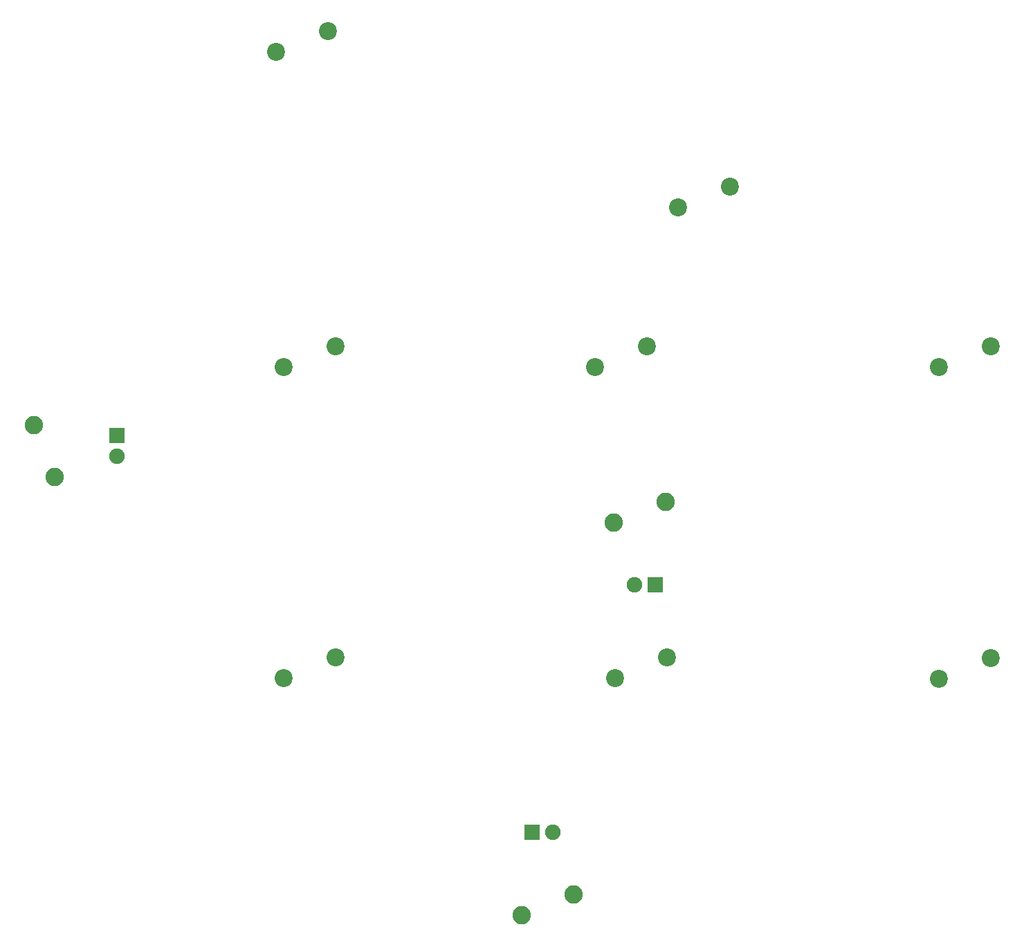
<source format=gtl>
G04 #@! TF.GenerationSoftware,KiCad,Pcbnew,5.1.6*
G04 #@! TF.CreationDate,2020-09-17T01:01:23+03:00*
G04 #@! TF.ProjectId,StabTester,53746162-5465-4737-9465-722e6b696361,rev?*
G04 #@! TF.SameCoordinates,Original*
G04 #@! TF.FileFunction,Copper,L1,Top*
G04 #@! TF.FilePolarity,Positive*
%FSLAX46Y46*%
G04 Gerber Fmt 4.6, Leading zero omitted, Abs format (unit mm)*
G04 Created by KiCad (PCBNEW 5.1.6) date 2020-09-17 01:01:23*
%MOMM*%
%LPD*%
G01*
G04 APERTURE LIST*
G04 #@! TA.AperFunction,ComponentPad*
%ADD10R,1.905000X1.905000*%
G04 #@! TD*
G04 #@! TA.AperFunction,ComponentPad*
%ADD11C,1.905000*%
G04 #@! TD*
G04 #@! TA.AperFunction,ComponentPad*
%ADD12C,2.250000*%
G04 #@! TD*
G04 #@! TA.AperFunction,ComponentPad*
%ADD13C,2.200000*%
G04 #@! TD*
G04 APERTURE END LIST*
D10*
G04 #@! TO.P,MX11,4*
G04 #@! TO.N,N/C*
X78105000Y-97948750D03*
D11*
G04 #@! TO.P,MX11,3*
X78105000Y-100488750D03*
D12*
G04 #@! TO.P,MX11,1*
G04 #@! TO.N,Net-(MX11-Pad1)*
X70485000Y-103028750D03*
G04 #@! TO.P,MX11,2*
G04 #@! TO.N,Net-(MX11-Pad2)*
X67945000Y-96678750D03*
G04 #@! TD*
D11*
G04 #@! TO.P,MX10,3*
G04 #@! TO.N,N/C*
X141471000Y-116241000D03*
D10*
G04 #@! TO.P,MX10,4*
X144011000Y-116241000D03*
D12*
G04 #@! TO.P,MX10,1*
G04 #@! TO.N,Net-(MX10-Pad1)*
X138931000Y-108621000D03*
G04 #@! TO.P,MX10,2*
G04 #@! TO.N,Net-(MX10-Pad2)*
X145281000Y-106081000D03*
G04 #@! TD*
D10*
G04 #@! TO.P,MX9,4*
G04 #@! TO.N,N/C*
X128905000Y-146526250D03*
D11*
G04 #@! TO.P,MX9,3*
X131445000Y-146526250D03*
D12*
G04 #@! TO.P,MX9,1*
G04 #@! TO.N,Net-(MX9-Pad1)*
X133985000Y-154146250D03*
G04 #@! TO.P,MX9,2*
G04 #@! TO.N,Net-(MX9-Pad2)*
X127635000Y-156686250D03*
G04 #@! TD*
D13*
G04 #@! TO.P,MX8,2*
G04 #@! TO.N,Net-(MX8-Pad2)*
X146843750Y-70008750D03*
G04 #@! TO.P,MX8,1*
G04 #@! TO.N,Net-(MX8-Pad1)*
X153193750Y-67468750D03*
G04 #@! TD*
G04 #@! TO.P,MX7,2*
G04 #@! TO.N,Net-(MX7-Pad2)*
X178752500Y-127762000D03*
G04 #@! TO.P,MX7,1*
G04 #@! TO.N,Net-(MX7-Pad1)*
X185102500Y-125222000D03*
G04 #@! TD*
G04 #@! TO.P,MX6,2*
G04 #@! TO.N,Net-(MX6-Pad2)*
X136683750Y-89535000D03*
G04 #@! TO.P,MX6,1*
G04 #@! TO.N,Net-(MX6-Pad1)*
X143033750Y-86995000D03*
G04 #@! TD*
G04 #@! TO.P,MX5,2*
G04 #@! TO.N,Net-(MX5-Pad2)*
X98583750Y-89535000D03*
G04 #@! TO.P,MX5,1*
G04 #@! TO.N,Net-(MX5-Pad1)*
X104933750Y-86995000D03*
G04 #@! TD*
G04 #@! TO.P,MX4,2*
G04 #@! TO.N,Net-(MX4-Pad2)*
X139065000Y-127635000D03*
G04 #@! TO.P,MX4,1*
G04 #@! TO.N,Net-(MX4-Pad1)*
X145415000Y-125095000D03*
G04 #@! TD*
G04 #@! TO.P,MX3,2*
G04 #@! TO.N,Net-(MX3-Pad2)*
X178752500Y-89535000D03*
G04 #@! TO.P,MX3,1*
G04 #@! TO.N,Net-(MX3-Pad1)*
X185102500Y-86995000D03*
G04 #@! TD*
G04 #@! TO.P,MX2,2*
G04 #@! TO.N,Net-(MX2-Pad2)*
X98583750Y-127635000D03*
G04 #@! TO.P,MX2,1*
G04 #@! TO.N,Net-(MX2-Pad1)*
X104933750Y-125095000D03*
G04 #@! TD*
G04 #@! TO.P,MX1,2*
G04 #@! TO.N,Net-(MX1-Pad2)*
X97631250Y-50958750D03*
G04 #@! TO.P,MX1,1*
G04 #@! TO.N,Net-(MX1-Pad1)*
X103981250Y-48418750D03*
G04 #@! TD*
M02*

</source>
